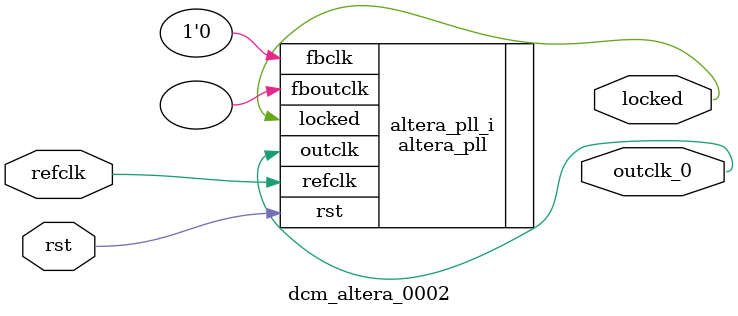
<source format=v>
`timescale 1ns/10ps
module  dcm_altera_0002(

	// interface 'refclk'
	input wire refclk,

	// interface 'reset'
	input wire rst,

	// interface 'outclk0'
	output wire outclk_0,

	// interface 'locked'
	output wire locked
);

	altera_pll #(
		.fractional_vco_multiplier("false"),
		.reference_clock_frequency("50.0 MHz"),
		.operation_mode("direct"),
		.number_of_clocks(1),
		.output_clock_frequency0("148.437500 MHz"),
		.phase_shift0("0 ps"),
		.duty_cycle0(50),
		.output_clock_frequency1("0 MHz"),
		.phase_shift1("0 ps"),
		.duty_cycle1(50),
		.output_clock_frequency2("0 MHz"),
		.phase_shift2("0 ps"),
		.duty_cycle2(50),
		.output_clock_frequency3("0 MHz"),
		.phase_shift3("0 ps"),
		.duty_cycle3(50),
		.output_clock_frequency4("0 MHz"),
		.phase_shift4("0 ps"),
		.duty_cycle4(50),
		.output_clock_frequency5("0 MHz"),
		.phase_shift5("0 ps"),
		.duty_cycle5(50),
		.output_clock_frequency6("0 MHz"),
		.phase_shift6("0 ps"),
		.duty_cycle6(50),
		.output_clock_frequency7("0 MHz"),
		.phase_shift7("0 ps"),
		.duty_cycle7(50),
		.output_clock_frequency8("0 MHz"),
		.phase_shift8("0 ps"),
		.duty_cycle8(50),
		.output_clock_frequency9("0 MHz"),
		.phase_shift9("0 ps"),
		.duty_cycle9(50),
		.output_clock_frequency10("0 MHz"),
		.phase_shift10("0 ps"),
		.duty_cycle10(50),
		.output_clock_frequency11("0 MHz"),
		.phase_shift11("0 ps"),
		.duty_cycle11(50),
		.output_clock_frequency12("0 MHz"),
		.phase_shift12("0 ps"),
		.duty_cycle12(50),
		.output_clock_frequency13("0 MHz"),
		.phase_shift13("0 ps"),
		.duty_cycle13(50),
		.output_clock_frequency14("0 MHz"),
		.phase_shift14("0 ps"),
		.duty_cycle14(50),
		.output_clock_frequency15("0 MHz"),
		.phase_shift15("0 ps"),
		.duty_cycle15(50),
		.output_clock_frequency16("0 MHz"),
		.phase_shift16("0 ps"),
		.duty_cycle16(50),
		.output_clock_frequency17("0 MHz"),
		.phase_shift17("0 ps"),
		.duty_cycle17(50),
		.pll_type("General"),
		.pll_subtype("General")
	) altera_pll_i (
		.rst	(rst),
		.outclk	({outclk_0}),
		.locked	(locked),
		.fboutclk	( ),
		.fbclk	(1'b0),
		.refclk	(refclk)
	);
endmodule


</source>
